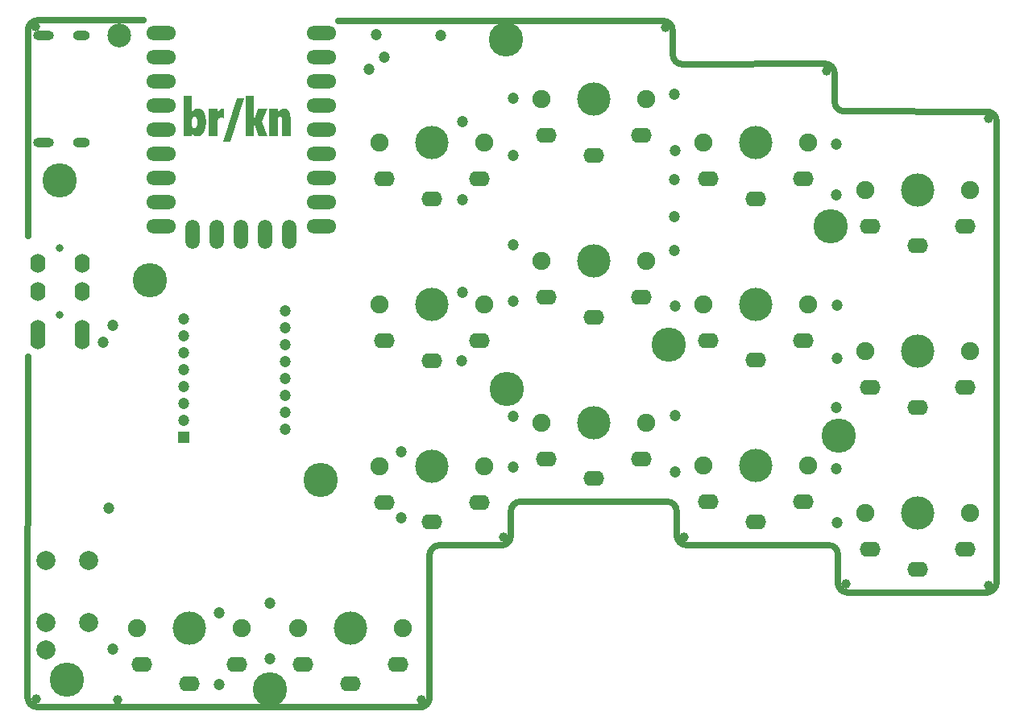
<source format=gbr>
%TF.GenerationSoftware,KiCad,Pcbnew,7.0.2*%
%TF.CreationDate,2024-03-22T10:09:10-05:00*%
%TF.ProjectId,02_capsule5_right,30325f63-6170-4737-956c-65355f726967,v1.0.0*%
%TF.SameCoordinates,Original*%
%TF.FileFunction,Soldermask,Top*%
%TF.FilePolarity,Negative*%
%FSLAX46Y46*%
G04 Gerber Fmt 4.6, Leading zero omitted, Abs format (unit mm)*
G04 Created by KiCad (PCBNEW 7.0.2) date 2024-03-22 10:09:10*
%MOMM*%
%LPD*%
G01*
G04 APERTURE LIST*
%ADD10C,0.700000*%
%ADD11C,0.750000*%
%ADD12C,2.500000*%
%ADD13C,1.200000*%
%ADD14C,2.000000*%
%ADD15O,3.130000X1.500000*%
%ADD16O,1.500000X3.090000*%
%ADD17C,0.400000*%
%ADD18C,3.600000*%
%ADD19R,1.200000X1.200000*%
%ADD20C,1.900000*%
%ADD21C,3.500000*%
%ADD22O,2.200000X1.600000*%
%ADD23C,1.000000*%
%ADD24C,0.800000*%
%ADD25O,1.600000X2.000000*%
%ADD26O,2.200000X1.000000*%
%ADD27O,1.800000X1.000000*%
G04 APERTURE END LIST*
D10*
X223790931Y-48531013D02*
G75*
G03*
X224794807Y-49535169I1004169J13D01*
G01*
X224209883Y-99065962D02*
G75*
G03*
X225213846Y-100070117I1004317J162D01*
G01*
X224203982Y-96525895D02*
X224209927Y-99065962D01*
X241809938Y-54490951D02*
X256825069Y-54521733D01*
X257804155Y-104056081D02*
X257828988Y-55525889D01*
X206784760Y-96535759D02*
X206778982Y-99125895D01*
X157034938Y-44940983D02*
G75*
G03*
X156030783Y-45944870I-38J-1004117D01*
G01*
X156028982Y-80275895D02*
X156009927Y-116115962D01*
X222775069Y-44971733D02*
X188634938Y-44965951D01*
X168184938Y-44940951D02*
X157034938Y-44940951D01*
X223200063Y-95521740D02*
X207788915Y-95531840D01*
X240803967Y-50500889D02*
G75*
G03*
X239800069Y-49496733I-1004167J-11D01*
G01*
X256800000Y-105059955D02*
G75*
G03*
X257804155Y-104056081I0J1004155D01*
G01*
X198249827Y-101129814D02*
X198248204Y-116146976D01*
X241140888Y-104056012D02*
X241153982Y-101075895D01*
X223778967Y-45975889D02*
G75*
G03*
X222775069Y-44971733I-1004167J-11D01*
G01*
X242144807Y-105060167D02*
X256800000Y-105060000D01*
X223778988Y-45975889D02*
X223790888Y-48531013D01*
X157013846Y-117120117D02*
X197244049Y-117150895D01*
X199253982Y-100125927D02*
G75*
G03*
X198249827Y-101129814I18J-1004173D01*
G01*
X224794807Y-49535169D02*
X239800069Y-49496733D01*
X156030783Y-45944870D02*
X156034938Y-67590951D01*
X240806049Y-53486795D02*
G75*
G03*
X241809938Y-54490951I1004151J-5D01*
G01*
X225213846Y-100070117D02*
X240150063Y-100071740D01*
X197244049Y-117150904D02*
G75*
G03*
X198248204Y-116146976I-149J1004304D01*
G01*
X257828967Y-55525889D02*
G75*
G03*
X256825069Y-54521733I-1004167J-11D01*
G01*
X205774827Y-100129782D02*
G75*
G03*
X206778982Y-99125895I-27J1004182D01*
G01*
X207788915Y-95531860D02*
G75*
G03*
X206784760Y-96535759I185J-1004340D01*
G01*
X156009883Y-116115962D02*
G75*
G03*
X157013846Y-117120117I1004317J162D01*
G01*
X205774827Y-100129814D02*
X199253982Y-100125895D01*
X224203960Y-96525895D02*
G75*
G03*
X223200063Y-95521740I-1004160J-5D01*
G01*
X241140933Y-104056012D02*
G75*
G03*
X242144807Y-105060167I1004167J12D01*
G01*
X241153960Y-101075895D02*
G75*
G03*
X240150063Y-100071740I-1004160J-5D01*
G01*
X240803988Y-50500889D02*
X240806019Y-53486795D01*
D11*
G36*
X173238101Y-54631479D02*
G01*
X173246161Y-54631479D01*
X173266170Y-54594133D01*
X173287455Y-54558298D01*
X173310014Y-54523974D01*
X173333848Y-54491161D01*
X173358958Y-54459860D01*
X173385343Y-54430070D01*
X173413002Y-54401791D01*
X173441937Y-54375024D01*
X173472147Y-54349768D01*
X173503632Y-54326023D01*
X173525331Y-54311032D01*
X173558750Y-54290081D01*
X173592788Y-54271190D01*
X173627444Y-54254360D01*
X173662718Y-54239591D01*
X173698610Y-54226883D01*
X173735120Y-54216236D01*
X173772249Y-54207649D01*
X173809996Y-54201123D01*
X173848361Y-54196658D01*
X173887345Y-54194254D01*
X173913677Y-54193796D01*
X173962956Y-54195177D01*
X174010775Y-54199322D01*
X174057134Y-54206229D01*
X174102034Y-54215900D01*
X174145474Y-54228333D01*
X174187454Y-54243530D01*
X174227975Y-54261489D01*
X174267035Y-54282212D01*
X174304636Y-54305697D01*
X174340778Y-54331946D01*
X174375459Y-54360957D01*
X174408681Y-54392732D01*
X174440443Y-54427269D01*
X174470745Y-54464569D01*
X174499588Y-54504633D01*
X174526971Y-54547459D01*
X174552791Y-54592816D01*
X174576945Y-54640714D01*
X174599434Y-54691154D01*
X174620256Y-54744136D01*
X174639413Y-54799659D01*
X174656904Y-54857724D01*
X174672729Y-54918331D01*
X174686889Y-54981479D01*
X174699382Y-55047169D01*
X174710210Y-55115400D01*
X174719372Y-55186174D01*
X174726868Y-55259488D01*
X174732699Y-55335345D01*
X174736863Y-55413743D01*
X174738321Y-55453895D01*
X174739362Y-55494683D01*
X174739987Y-55536106D01*
X174740195Y-55578164D01*
X174739748Y-55635271D01*
X174738409Y-55691554D01*
X174736176Y-55747012D01*
X174733051Y-55801646D01*
X174729032Y-55855456D01*
X174724121Y-55908442D01*
X174718316Y-55960603D01*
X174711618Y-56011939D01*
X174704028Y-56062452D01*
X174695544Y-56112140D01*
X174686168Y-56161004D01*
X174675898Y-56209043D01*
X174664735Y-56256259D01*
X174652680Y-56302650D01*
X174639731Y-56348216D01*
X174625889Y-56392958D01*
X174611226Y-56436540D01*
X174595813Y-56478871D01*
X174579650Y-56519949D01*
X174562737Y-56559776D01*
X174545074Y-56598351D01*
X174526662Y-56635675D01*
X174507499Y-56671746D01*
X174487587Y-56706566D01*
X174466924Y-56740134D01*
X174445512Y-56772451D01*
X174423350Y-56803515D01*
X174400438Y-56833328D01*
X174376776Y-56861889D01*
X174352364Y-56889199D01*
X174327202Y-56915256D01*
X174301290Y-56940062D01*
X174274786Y-56963368D01*
X174247847Y-56985171D01*
X174220473Y-57005470D01*
X174192663Y-57024265D01*
X174164419Y-57041557D01*
X174135740Y-57057345D01*
X174106625Y-57071629D01*
X174077076Y-57084410D01*
X174047091Y-57095687D01*
X174016671Y-57105461D01*
X173985817Y-57113730D01*
X173954527Y-57120497D01*
X173922802Y-57125759D01*
X173890642Y-57129518D01*
X173858047Y-57131774D01*
X173825017Y-57132526D01*
X173787339Y-57131452D01*
X173750691Y-57128232D01*
X173715073Y-57122866D01*
X173680486Y-57115352D01*
X173646930Y-57105692D01*
X173614403Y-57093886D01*
X173582907Y-57079932D01*
X173552442Y-57063832D01*
X173523007Y-57045586D01*
X173494602Y-57025192D01*
X173476238Y-57010404D01*
X173449564Y-56986880D01*
X173423945Y-56962101D01*
X173399383Y-56936070D01*
X173375877Y-56908784D01*
X173353427Y-56880245D01*
X173332034Y-56850452D01*
X173311696Y-56819405D01*
X173292415Y-56787105D01*
X173274190Y-56753551D01*
X173257021Y-56718744D01*
X173246161Y-56694842D01*
X173238101Y-56694842D01*
X173238101Y-57070000D01*
X172360293Y-57070000D01*
X172360293Y-55750111D01*
X173221981Y-55750111D01*
X173222683Y-55792876D01*
X173224789Y-55833974D01*
X173228299Y-55873407D01*
X173235163Y-55923393D01*
X173244522Y-55970417D01*
X173256377Y-56014480D01*
X173270729Y-56055582D01*
X173287576Y-56093722D01*
X173301849Y-56120383D01*
X173322869Y-56152440D01*
X173345629Y-56180223D01*
X173370130Y-56203731D01*
X173396371Y-56222965D01*
X173424352Y-56237925D01*
X173454073Y-56248611D01*
X173485535Y-56255022D01*
X173518736Y-56257159D01*
X173557182Y-56254549D01*
X173593383Y-56246718D01*
X173627341Y-56233666D01*
X173659054Y-56215394D01*
X173688523Y-56191901D01*
X173715749Y-56163187D01*
X173740730Y-56129252D01*
X173763468Y-56090097D01*
X173783732Y-56045920D01*
X173797158Y-56009942D01*
X173809063Y-55971525D01*
X173819448Y-55930670D01*
X173828314Y-55887376D01*
X173835660Y-55841643D01*
X173841486Y-55793472D01*
X173845792Y-55742862D01*
X173848579Y-55689814D01*
X173849845Y-55634327D01*
X173849930Y-55615289D01*
X173849215Y-55565549D01*
X173847070Y-55518180D01*
X173843496Y-55473180D01*
X173838492Y-55430550D01*
X173832059Y-55390290D01*
X173824195Y-55352400D01*
X173811487Y-55305566D01*
X173796237Y-55262946D01*
X173778446Y-55224539D01*
X173768597Y-55206915D01*
X173747153Y-55174629D01*
X173723488Y-55146648D01*
X173697602Y-55122972D01*
X173669495Y-55103600D01*
X173639167Y-55088534D01*
X173606618Y-55077772D01*
X173571848Y-55071314D01*
X173534856Y-55069162D01*
X173502032Y-55071421D01*
X173470605Y-55078199D01*
X173440575Y-55089495D01*
X173411941Y-55105310D01*
X173384704Y-55125643D01*
X173358864Y-55150495D01*
X173334421Y-55179865D01*
X173311374Y-55213754D01*
X173290423Y-55251001D01*
X173272265Y-55290935D01*
X173256900Y-55333555D01*
X173244330Y-55378862D01*
X173234552Y-55426856D01*
X173227568Y-55477536D01*
X173224164Y-55517310D01*
X173222331Y-55558594D01*
X173221981Y-55586957D01*
X173221981Y-55750111D01*
X172360293Y-55750111D01*
X172360293Y-52880746D01*
X173238101Y-52880746D01*
X173238101Y-54631479D01*
G37*
G36*
X176643824Y-55256741D02*
G01*
X176616758Y-55233415D01*
X176589545Y-55214008D01*
X176559036Y-55195535D01*
X176530262Y-55180445D01*
X176509734Y-55170767D01*
X176479140Y-55157486D01*
X176450555Y-55146953D01*
X176419745Y-55138138D01*
X176387883Y-55132642D01*
X176369783Y-55131688D01*
X176317078Y-55134375D01*
X176267774Y-55142435D01*
X176221869Y-55155868D01*
X176179365Y-55174675D01*
X176140262Y-55198855D01*
X176104558Y-55228408D01*
X176072255Y-55263335D01*
X176043353Y-55303635D01*
X176017850Y-55349309D01*
X175995748Y-55400355D01*
X175977046Y-55456775D01*
X175961745Y-55518569D01*
X175949844Y-55585736D01*
X175941343Y-55658276D01*
X175936243Y-55736189D01*
X175934967Y-55777161D01*
X175934542Y-55819476D01*
X175934542Y-57070000D01*
X175056734Y-57070000D01*
X175056734Y-54256322D01*
X175934542Y-54256322D01*
X175934542Y-54756531D01*
X175942602Y-54756531D01*
X175958307Y-54706033D01*
X175975197Y-54657853D01*
X175993272Y-54611992D01*
X176012532Y-54568449D01*
X176032977Y-54527224D01*
X176054607Y-54488318D01*
X176077422Y-54451730D01*
X176101421Y-54417461D01*
X176126606Y-54385510D01*
X176152976Y-54355878D01*
X176171214Y-54337411D01*
X176199535Y-54311745D01*
X176228719Y-54288604D01*
X176258765Y-54267987D01*
X176289675Y-54249895D01*
X176321448Y-54234328D01*
X176354084Y-54221285D01*
X176387583Y-54210766D01*
X176421944Y-54202772D01*
X176457169Y-54197302D01*
X176493257Y-54194357D01*
X176517794Y-54193796D01*
X176548619Y-54195385D01*
X176581615Y-54201094D01*
X176612229Y-54210956D01*
X176640462Y-54224969D01*
X176643824Y-54227013D01*
X176643824Y-55256741D01*
G37*
G36*
X177308408Y-57695261D02*
G01*
X176535380Y-57695261D01*
X177996441Y-53130851D01*
X178769469Y-53130851D01*
X177308408Y-57695261D01*
G37*
G36*
X180263503Y-57070000D02*
G01*
X179793824Y-55631898D01*
X179785764Y-55631898D01*
X179785764Y-57070000D01*
X178907955Y-57070000D01*
X178907955Y-52880746D01*
X179785764Y-52880746D01*
X179785764Y-55569371D01*
X179793824Y-55569371D01*
X180220272Y-54256322D01*
X181209455Y-54256322D01*
X180638660Y-55544947D01*
X181242428Y-57070000D01*
X180263503Y-57070000D01*
G37*
G36*
X182764305Y-57070000D02*
G01*
X182764305Y-55552763D01*
X182763790Y-55505682D01*
X182762244Y-55461160D01*
X182759668Y-55419197D01*
X182756062Y-55379793D01*
X182749651Y-55331235D01*
X182741407Y-55287225D01*
X182731332Y-55247765D01*
X182716163Y-55204836D01*
X182705687Y-55182491D01*
X182685580Y-55149842D01*
X182661895Y-55122728D01*
X182634632Y-55101146D01*
X182603792Y-55085099D01*
X182569374Y-55074585D01*
X182539263Y-55070158D01*
X182515177Y-55069162D01*
X182480902Y-55072024D01*
X182449060Y-55080611D01*
X182419651Y-55094922D01*
X182392674Y-55114958D01*
X182368131Y-55140718D01*
X182346020Y-55172202D01*
X182337857Y-55186399D01*
X182319492Y-55224328D01*
X182304240Y-55265453D01*
X182292101Y-55309775D01*
X182283074Y-55357292D01*
X182278094Y-55397608D01*
X182275106Y-55439969D01*
X182274110Y-55484375D01*
X182274110Y-57070000D01*
X181396301Y-57070000D01*
X181396301Y-54256322D01*
X182274110Y-54256322D01*
X182274110Y-54694005D01*
X182282170Y-54694005D01*
X182302585Y-54650253D01*
X182324262Y-54608390D01*
X182347201Y-54568417D01*
X182371402Y-54530332D01*
X182396866Y-54494136D01*
X182423592Y-54459830D01*
X182451580Y-54427412D01*
X182480831Y-54396884D01*
X182511344Y-54368244D01*
X182543118Y-54341494D01*
X182565003Y-54324710D01*
X182598521Y-54301314D01*
X182632580Y-54280220D01*
X182667180Y-54261426D01*
X182702321Y-54244934D01*
X182738003Y-54230743D01*
X182774226Y-54218854D01*
X182810989Y-54209265D01*
X182848294Y-54201978D01*
X182886140Y-54196992D01*
X182924527Y-54194307D01*
X182950418Y-54193796D01*
X182993019Y-54194931D01*
X183034267Y-54198337D01*
X183074163Y-54204014D01*
X183112706Y-54211961D01*
X183149897Y-54222179D01*
X183185736Y-54234668D01*
X183220222Y-54249428D01*
X183253356Y-54266458D01*
X183285137Y-54285759D01*
X183315566Y-54307330D01*
X183344643Y-54331173D01*
X183372367Y-54357286D01*
X183398739Y-54385669D01*
X183423758Y-54416324D01*
X183447425Y-54449249D01*
X183469740Y-54484445D01*
X183490702Y-54521911D01*
X183510312Y-54561648D01*
X183528569Y-54603656D01*
X183545474Y-54647935D01*
X183561027Y-54694484D01*
X183575227Y-54743304D01*
X183588074Y-54794395D01*
X183599570Y-54847756D01*
X183609713Y-54903388D01*
X183618503Y-54961291D01*
X183625942Y-55021464D01*
X183632027Y-55083908D01*
X183636761Y-55148623D01*
X183640142Y-55215609D01*
X183642170Y-55284865D01*
X183642847Y-55356392D01*
X183642847Y-57070000D01*
X182764305Y-57070000D01*
G37*
D12*
%TO.C,REF\u002A\u002A*%
X165650000Y-46500000D03*
%TD*%
D13*
%TO.C,*%
X224000000Y-65550000D03*
%TD*%
%TO.C,*%
X193500000Y-48800000D03*
%TD*%
%TO.C,*%
X224000000Y-61700000D03*
%TD*%
D14*
%TO.C,*%
X157890000Y-111080000D03*
%TD*%
D15*
%TO.C,U1*%
X186875478Y-46285769D03*
X186875478Y-48825769D03*
X186875478Y-51365769D03*
X186875478Y-53905769D03*
X186875478Y-56445769D03*
X186875478Y-58985769D03*
X186875478Y-61525769D03*
X186875478Y-64065769D03*
X186875478Y-66605769D03*
D16*
X183520478Y-67400769D03*
X180980478Y-67400769D03*
X178440478Y-67400769D03*
X175900478Y-67400769D03*
X173360478Y-67400769D03*
D15*
X170005478Y-66605769D03*
X170005478Y-64065769D03*
X170005478Y-61525769D03*
X170005478Y-58985769D03*
X170005478Y-56445769D03*
X170005478Y-53905769D03*
X170005478Y-51365769D03*
X170005478Y-48825769D03*
X170005478Y-46285769D03*
%TD*%
D17*
%TO.C,U3*%
X167329807Y-72215728D03*
X167779807Y-71165728D03*
X167779807Y-73265728D03*
X168829807Y-70715728D03*
D18*
X168829807Y-72215728D03*
D17*
X168829807Y-73715728D03*
X169879807Y-71165728D03*
X169879807Y-73265728D03*
X170329807Y-72215728D03*
X185319807Y-93205728D03*
X185769807Y-92155728D03*
X185769807Y-94255728D03*
X186819807Y-91705728D03*
D18*
X186819807Y-93205728D03*
D17*
X186819807Y-94705728D03*
X187869807Y-92155728D03*
X187869807Y-94255728D03*
X188319807Y-93205728D03*
D19*
X172400000Y-88800000D03*
D13*
X172400000Y-87020000D03*
X172400000Y-85240000D03*
X172400000Y-83460000D03*
X172400000Y-81680000D03*
X172400000Y-79900000D03*
X172400000Y-78120000D03*
X172400000Y-76340000D03*
X183100000Y-75450000D03*
X183100000Y-77230000D03*
X183100000Y-79010000D03*
X183100000Y-80790000D03*
X183100000Y-82570000D03*
X183100000Y-84350000D03*
X183100000Y-86130000D03*
X183100000Y-87910000D03*
%TD*%
%TO.C,*%
X164500000Y-96200000D03*
%TD*%
%TO.C,*%
X241000000Y-85650000D03*
%TD*%
%TO.C,*%
X191855000Y-50070000D03*
%TD*%
D17*
%TO.C,REF\u002A\u002A*%
X242699042Y-88600000D03*
X242249042Y-89650000D03*
X242249042Y-87550000D03*
X241199042Y-90100000D03*
D18*
X241199042Y-88600000D03*
D17*
X241199042Y-87100000D03*
X240149042Y-89650000D03*
X240149042Y-87550000D03*
X239699042Y-88600000D03*
%TD*%
D20*
%TO.C,SW14*%
X178463232Y-108802659D03*
D21*
X172963232Y-108802659D03*
D20*
X167463232Y-108802659D03*
D22*
X172963232Y-114702659D03*
X177963232Y-112602659D03*
X167963232Y-112602659D03*
%TD*%
D23*
%TO.C,REF\u002A\u002A*%
X205999042Y-99300000D03*
%TD*%
D17*
%TO.C,REF\u002A\u002A*%
X182999042Y-115300000D03*
X182549042Y-116350000D03*
X182549042Y-114250000D03*
X181499042Y-116800000D03*
D18*
X181499042Y-115300000D03*
D17*
X181499042Y-113800000D03*
X180449042Y-116350000D03*
X180449042Y-114250000D03*
X179999042Y-115300000D03*
%TD*%
D13*
%TO.C,*%
X192640478Y-46435769D03*
%TD*%
D20*
%TO.C,SW05*%
X255012350Y-79740283D03*
D21*
X249512350Y-79740283D03*
D20*
X244012350Y-79740283D03*
D22*
X249512350Y-85640283D03*
X254512350Y-83540283D03*
X244512350Y-83540283D03*
%TD*%
D13*
%TO.C,*%
X201690478Y-55585769D03*
%TD*%
%TO.C,*%
X181440478Y-112050000D03*
%TD*%
%TO.C,*%
X163899042Y-78750000D03*
%TD*%
D23*
%TO.C,REF\u002A\u002A*%
X256999042Y-55200000D03*
%TD*%
D13*
%TO.C,*%
X164969042Y-77030000D03*
%TD*%
%TO.C,*%
X224000000Y-52675000D03*
%TD*%
D24*
%TO.C,U2*%
X159399042Y-75850000D03*
X159399042Y-68850000D03*
D25*
X161699042Y-78550000D03*
X157099042Y-78550000D03*
X161699042Y-77450000D03*
X157099042Y-77450000D03*
X161699042Y-73450000D03*
X157099042Y-73450000D03*
X161699042Y-70450000D03*
X157099042Y-70450000D03*
%TD*%
D23*
%TO.C,REF\u002A\u002A*%
X165499042Y-116335769D03*
%TD*%
D13*
%TO.C,*%
X195250000Y-90250000D03*
%TD*%
%TO.C,*%
X201690478Y-63785769D03*
%TD*%
%TO.C,*%
X241040478Y-97735769D03*
%TD*%
%TO.C,*%
X206990478Y-91900000D03*
%TD*%
%TO.C,*%
X176090478Y-114715769D03*
%TD*%
D23*
%TO.C,REF\u002A\u002A*%
X224999042Y-99300000D03*
%TD*%
%TO.C,REF\u002A\u002A*%
X197399042Y-116335769D03*
%TD*%
D13*
%TO.C,*%
X241040478Y-80435769D03*
%TD*%
D23*
%TO.C,REF\u002A\u002A*%
X256999042Y-104300000D03*
%TD*%
D13*
%TO.C,*%
X201690478Y-73500000D03*
%TD*%
%TO.C,*%
X206990478Y-68535769D03*
%TD*%
D20*
%TO.C,SW07*%
X221011817Y-70203948D03*
D21*
X215511817Y-70203948D03*
D20*
X210011817Y-70203948D03*
D22*
X215511817Y-76103948D03*
X220511817Y-74003948D03*
X210511817Y-74003948D03*
%TD*%
D26*
%TO.C,J1*%
X157684190Y-57764234D03*
D27*
X161684190Y-57764234D03*
D26*
X157684190Y-46524234D03*
D27*
X161684190Y-46524234D03*
%TD*%
D20*
%TO.C,SW03*%
X221011818Y-53203948D03*
D21*
X215511818Y-53203948D03*
D20*
X210011818Y-53203948D03*
D22*
X215511818Y-59103948D03*
X220511818Y-57003948D03*
X210511818Y-57003948D03*
%TD*%
D20*
%TO.C,SW06*%
X238012112Y-74759163D03*
D21*
X232512112Y-74759163D03*
D20*
X227012112Y-74759163D03*
D22*
X232512112Y-80659163D03*
X237512112Y-78559163D03*
X227512112Y-78559163D03*
%TD*%
D17*
%TO.C,REF\u002A\u002A*%
X207849042Y-83650000D03*
X207399042Y-84700000D03*
X207399042Y-82600000D03*
X206349042Y-85150000D03*
D18*
X206349042Y-83650000D03*
D17*
X206349042Y-82150000D03*
X205299042Y-84700000D03*
X205299042Y-82600000D03*
X204849042Y-83650000D03*
%TD*%
D20*
%TO.C,SW10*%
X238012111Y-91759164D03*
D21*
X232512111Y-91759164D03*
D20*
X227012111Y-91759164D03*
D22*
X232512111Y-97659164D03*
X237512111Y-95559164D03*
X227512111Y-95559164D03*
%TD*%
D13*
%TO.C,*%
X240990478Y-92085769D03*
%TD*%
D23*
%TO.C,REF\u002A\u002A*%
X222999042Y-45700000D03*
%TD*%
D20*
%TO.C,SW09*%
X255012349Y-96740284D03*
D21*
X249512349Y-96740284D03*
D20*
X244012349Y-96740284D03*
D22*
X249512349Y-102640284D03*
X254512349Y-100540284D03*
X244512349Y-100540284D03*
%TD*%
D17*
%TO.C,REF\u002A\u002A*%
X207749042Y-46950000D03*
X207299042Y-48000000D03*
X207299042Y-45900000D03*
X206249042Y-48450000D03*
D18*
X206249042Y-46950000D03*
D17*
X206249042Y-45450000D03*
X205199042Y-48000000D03*
X205199042Y-45900000D03*
X204749042Y-46950000D03*
%TD*%
D13*
%TO.C,*%
X224040478Y-92385769D03*
%TD*%
%TO.C,*%
X224040478Y-58635769D03*
%TD*%
%TO.C,*%
X201649042Y-80750000D03*
%TD*%
D20*
%TO.C,SW13*%
X195463467Y-108794157D03*
D21*
X189963467Y-108794157D03*
D20*
X184463467Y-108794157D03*
D22*
X189963467Y-114694157D03*
X194963467Y-112594157D03*
X184963467Y-112594157D03*
%TD*%
D13*
%TO.C,*%
X241040478Y-74835769D03*
%TD*%
D23*
%TO.C,REF\u002A\u002A*%
X156899042Y-116250000D03*
%TD*%
D20*
%TO.C,SW12*%
X203999265Y-91787819D03*
D21*
X198499265Y-91787819D03*
D20*
X192999265Y-91787819D03*
D22*
X198499265Y-97687819D03*
X203499265Y-95587819D03*
X193499265Y-95587819D03*
%TD*%
D20*
%TO.C,SW08*%
X203999265Y-74787819D03*
D21*
X198499265Y-74787819D03*
D20*
X192999265Y-74787819D03*
D22*
X198499265Y-80687819D03*
X203499265Y-78587819D03*
X193499265Y-78587819D03*
%TD*%
D20*
%TO.C,SW11*%
X221011816Y-87203949D03*
D21*
X215511816Y-87203949D03*
D20*
X210011816Y-87203949D03*
D22*
X215511816Y-93103949D03*
X220511816Y-91003949D03*
X210511816Y-91003949D03*
%TD*%
D13*
%TO.C,*%
X206999042Y-53150000D03*
%TD*%
%TO.C,*%
X195250000Y-97250000D03*
%TD*%
%TO.C,*%
X164910000Y-111060000D03*
%TD*%
%TO.C,*%
X224040478Y-74985769D03*
%TD*%
%TO.C,*%
X199440478Y-46535769D03*
%TD*%
D20*
%TO.C,SW02*%
X238012111Y-57759164D03*
D21*
X232512111Y-57759164D03*
D20*
X227012111Y-57759164D03*
D22*
X232512111Y-63659164D03*
X237512111Y-61559164D03*
X227512111Y-61559164D03*
%TD*%
D17*
%TO.C,REF\u002A\u002A*%
X161649042Y-114250000D03*
X161199042Y-115300000D03*
X161199042Y-113200000D03*
X160149042Y-115750000D03*
D18*
X160149042Y-114250000D03*
D17*
X160149042Y-112750000D03*
X159099042Y-115300000D03*
X159099042Y-113200000D03*
X158649042Y-114250000D03*
%TD*%
D13*
%TO.C,*%
X207049042Y-59100000D03*
%TD*%
D17*
%TO.C,REF\u002A\u002A*%
X241849042Y-66600000D03*
X241399042Y-67650000D03*
X241399042Y-65550000D03*
X240349042Y-68100000D03*
D18*
X240349042Y-66600000D03*
D17*
X240349042Y-65100000D03*
X239299042Y-67650000D03*
X239299042Y-65550000D03*
X238849042Y-66600000D03*
%TD*%
D13*
%TO.C,*%
X224040478Y-86435769D03*
%TD*%
D17*
%TO.C,REF\u002A\u002A*%
X160899042Y-61750000D03*
X160449042Y-62800000D03*
X160449042Y-60700000D03*
X159399042Y-63250000D03*
D18*
X159399042Y-61750000D03*
D17*
X159399042Y-60250000D03*
X158349042Y-62800000D03*
X158349042Y-60700000D03*
X157899042Y-61750000D03*
%TD*%
D13*
%TO.C,*%
X181490478Y-106185769D03*
%TD*%
%TO.C,*%
X206990478Y-74435769D03*
%TD*%
D20*
%TO.C,SW04*%
X203999264Y-57787820D03*
D21*
X198499264Y-57787820D03*
D20*
X192999264Y-57787820D03*
D22*
X198499264Y-63687820D03*
X203499264Y-61587820D03*
X193499264Y-61587820D03*
%TD*%
D23*
%TO.C,REF\u002A\u002A*%
X239999042Y-50200000D03*
%TD*%
D13*
%TO.C,*%
X223990478Y-69135769D03*
%TD*%
%TO.C,*%
X240990478Y-57935769D03*
%TD*%
%TO.C,*%
X240990478Y-63235769D03*
%TD*%
%TO.C,*%
X206999042Y-86600000D03*
%TD*%
%TO.C,*%
X176090478Y-107235769D03*
%TD*%
D23*
%TO.C,REF\u002A\u002A*%
X241999042Y-104200000D03*
%TD*%
%TO.C,REF\u002A\u002A*%
X156799042Y-45550000D03*
%TD*%
D14*
%TO.C,SW15*%
X157899042Y-101750000D03*
X157899042Y-108250000D03*
X162399042Y-101750000D03*
X162399042Y-108250000D03*
%TD*%
D20*
%TO.C,SW01*%
X255012350Y-62740284D03*
D21*
X249512350Y-62740284D03*
D20*
X244012350Y-62740284D03*
D22*
X249512350Y-68640284D03*
X254512350Y-66540284D03*
X244512350Y-66540284D03*
%TD*%
D17*
%TO.C,REF\u002A\u002A*%
X224849042Y-79050000D03*
X224399042Y-80100000D03*
X224399042Y-78000000D03*
X223349042Y-80550000D03*
D18*
X223349042Y-79050000D03*
D17*
X223349042Y-77550000D03*
X222299042Y-80100000D03*
X222299042Y-78000000D03*
X221849042Y-79050000D03*
%TD*%
%TO.C,REF\u002A\u002A*%
X160899042Y-61750000D03*
X160449042Y-62800000D03*
X160449042Y-60700000D03*
X159399042Y-63250000D03*
D18*
X159399042Y-61750000D03*
D17*
X159399042Y-60250000D03*
X158349042Y-62800000D03*
X158349042Y-60700000D03*
X157899042Y-61750000D03*
%TD*%
M02*

</source>
